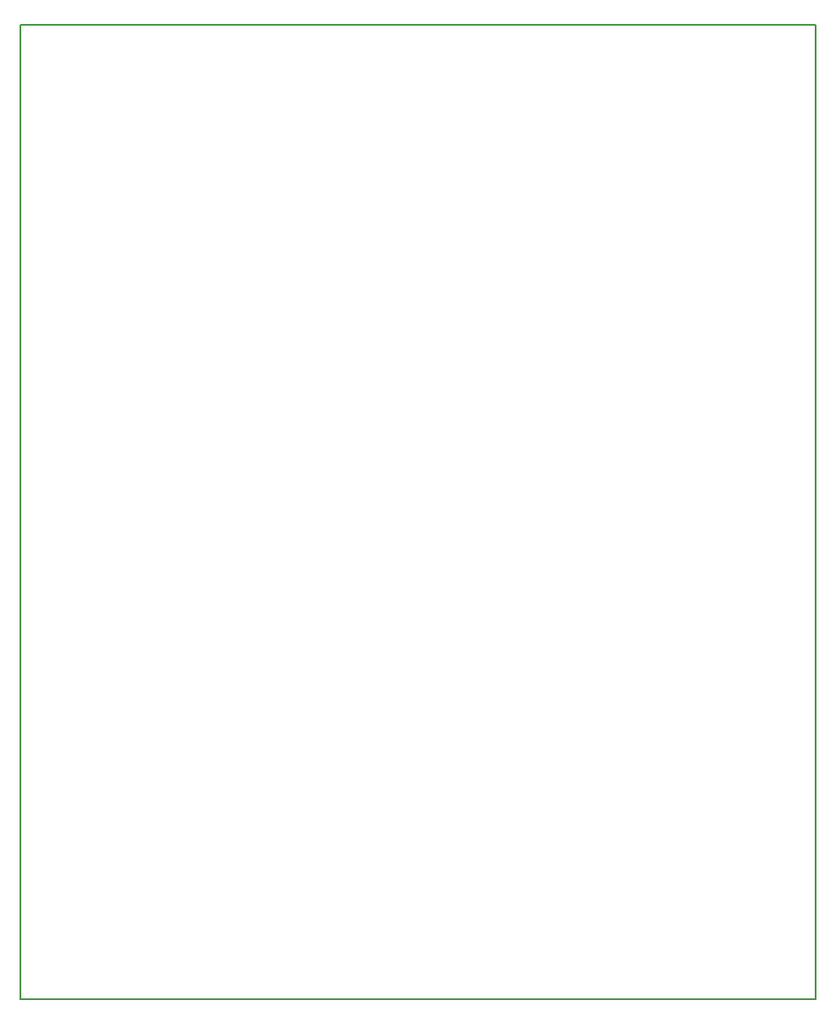
<source format=gbr>
G04 #@! TF.FileFunction,Profile,NP*
%FSLAX46Y46*%
G04 Gerber Fmt 4.6, Leading zero omitted, Abs format (unit mm)*
G04 Created by KiCad (PCBNEW 4.0.5) date 01/02/17 19:42:22*
%MOMM*%
%LPD*%
G01*
G04 APERTURE LIST*
%ADD10C,0.100000*%
%ADD11C,0.150000*%
G04 APERTURE END LIST*
D10*
D11*
X76000000Y0D02*
X76000000Y-93000000D01*
X0Y-93000000D02*
X0Y0D01*
X76000000Y-93000000D02*
X0Y-93000000D01*
X76000000Y0D02*
X0Y0D01*
M02*

</source>
